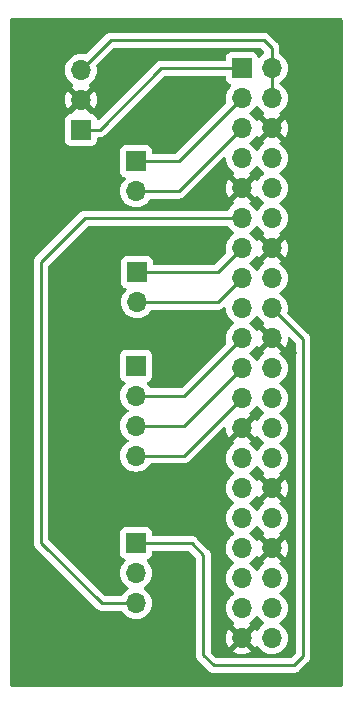
<source format=gtl>
%TF.GenerationSoftware,KiCad,Pcbnew,7.0.2-6a45011f42~172~ubuntu20.04.1*%
%TF.CreationDate,2023-04-23T14:48:56-04:00*%
%TF.ProjectId,RPiHeaderAdapter,52506948-6561-4646-9572-416461707465,rev?*%
%TF.SameCoordinates,Original*%
%TF.FileFunction,Copper,L1,Top*%
%TF.FilePolarity,Positive*%
%FSLAX46Y46*%
G04 Gerber Fmt 4.6, Leading zero omitted, Abs format (unit mm)*
G04 Created by KiCad (PCBNEW 7.0.2-6a45011f42~172~ubuntu20.04.1) date 2023-04-23 14:48:56*
%MOMM*%
%LPD*%
G01*
G04 APERTURE LIST*
%TA.AperFunction,ComponentPad*%
%ADD10R,1.700000X1.700000*%
%TD*%
%TA.AperFunction,ComponentPad*%
%ADD11O,1.700000X1.700000*%
%TD*%
%TA.AperFunction,ViaPad*%
%ADD12C,0.800000*%
%TD*%
%TA.AperFunction,Conductor*%
%ADD13C,0.250000*%
%TD*%
G04 APERTURE END LIST*
D10*
X134874000Y-75935600D03*
D11*
X134874000Y-78475600D03*
D10*
X134797800Y-98871800D03*
D11*
X134797800Y-101411800D03*
X134797800Y-103951800D03*
D10*
X134797800Y-83845000D03*
D11*
X134797800Y-86385000D03*
X134797800Y-88925000D03*
X134797800Y-91465000D03*
D10*
X130124200Y-63881000D03*
D11*
X130124200Y-61341000D03*
X130124200Y-58801000D03*
D10*
X134797800Y-66532600D03*
D11*
X134797800Y-69072600D03*
D10*
X143738600Y-58648600D03*
D11*
X146278600Y-58648600D03*
X143738600Y-61188600D03*
X146278600Y-61188600D03*
X143738600Y-63728600D03*
X146278600Y-63728600D03*
X143738600Y-66268600D03*
X146278600Y-66268600D03*
X143738600Y-68808600D03*
X146278600Y-68808600D03*
X143738600Y-71348600D03*
X146278600Y-71348600D03*
X143738600Y-73888600D03*
X146278600Y-73888600D03*
X143738600Y-76428600D03*
X146278600Y-76428600D03*
X143738600Y-78968600D03*
X146278600Y-78968600D03*
X143738600Y-81508600D03*
X146278600Y-81508600D03*
X143738600Y-84048600D03*
X146278600Y-84048600D03*
X143738600Y-86588600D03*
X146278600Y-86588600D03*
X143738600Y-89128600D03*
X146278600Y-89128600D03*
X143738600Y-91668600D03*
X146278600Y-91668600D03*
X143738600Y-94208600D03*
X146278600Y-94208600D03*
X143738600Y-96748600D03*
X146278600Y-96748600D03*
X143738600Y-99288600D03*
X146278600Y-99288600D03*
X143738600Y-101828600D03*
X146278600Y-101828600D03*
X143738600Y-104368600D03*
X146278600Y-104368600D03*
X143738600Y-106908600D03*
X146278600Y-106908600D03*
D12*
X148005800Y-82753200D03*
D13*
X136931400Y-58648600D02*
X143738600Y-58648600D01*
X130124200Y-63881000D02*
X131699000Y-63881000D01*
X131699000Y-63881000D02*
X136931400Y-58648600D01*
X130124200Y-58801000D02*
X132638800Y-56286400D01*
X132638800Y-56286400D02*
X145618200Y-56286400D01*
X134797800Y-98871800D02*
X139486400Y-98871800D01*
X148920200Y-108458000D02*
X148920200Y-81610200D01*
X139486400Y-98871800D02*
X140487400Y-99872800D01*
X140487400Y-99872800D02*
X140487400Y-108356400D01*
X140487400Y-108356400D02*
X141351000Y-109220000D01*
X141351000Y-109220000D02*
X148158200Y-109220000D01*
X148158200Y-109220000D02*
X148920200Y-108458000D01*
X148920200Y-81610200D02*
X146278600Y-78968600D01*
X134797800Y-103951800D02*
X131866400Y-103951800D01*
X131866400Y-103951800D02*
X126746000Y-98831400D01*
X134797800Y-91465000D02*
X138862200Y-91465000D01*
X138862200Y-91465000D02*
X143738600Y-86588600D01*
X134797800Y-88925000D02*
X138862200Y-88925000D01*
X138862200Y-88925000D02*
X143738600Y-84048600D01*
X134797800Y-86385000D02*
X138862200Y-86385000D01*
X138862200Y-86385000D02*
X143738600Y-81508600D01*
X134874000Y-78475600D02*
X141691600Y-78475600D01*
X141691600Y-78475600D02*
X143738600Y-76428600D01*
X134874000Y-75935600D02*
X141691600Y-75935600D01*
X141691600Y-75935600D02*
X143738600Y-73888600D01*
X134797800Y-69072600D02*
X138394600Y-69072600D01*
X138394600Y-69072600D02*
X143738600Y-63728600D01*
X134797800Y-66532600D02*
X138394600Y-66532600D01*
X138394600Y-66532600D02*
X143738600Y-61188600D01*
X145618200Y-56286400D02*
X146278600Y-56946800D01*
X146278600Y-56946800D02*
X146278600Y-58648600D01*
X126746000Y-98831400D02*
X126746000Y-75057000D01*
X126746000Y-75057000D02*
X130454400Y-71348600D01*
X130454400Y-71348600D02*
X143738600Y-71348600D01*
X146278600Y-58648600D02*
X146278600Y-61188600D01*
%TA.AperFunction,Conductor*%
G36*
X142530412Y-71993785D02*
G01*
X142564945Y-72026973D01*
X142700105Y-72220001D01*
X142867199Y-72387095D01*
X143052760Y-72517026D01*
X143096383Y-72571602D01*
X143103576Y-72641101D01*
X143072054Y-72703455D01*
X143052759Y-72720175D01*
X142867195Y-72850108D01*
X142700105Y-73017198D01*
X142564565Y-73210770D01*
X142464697Y-73424936D01*
X142403536Y-73653192D01*
X142382940Y-73888599D01*
X142403536Y-74124008D01*
X142430455Y-74224473D01*
X142428792Y-74294322D01*
X142398361Y-74344246D01*
X141468828Y-75273781D01*
X141407505Y-75307266D01*
X141381147Y-75310100D01*
X136348499Y-75310100D01*
X136281460Y-75290415D01*
X136235705Y-75237611D01*
X136224499Y-75186100D01*
X136224499Y-75041039D01*
X136224499Y-75037728D01*
X136218091Y-74978117D01*
X136167796Y-74843269D01*
X136081546Y-74728054D01*
X135966331Y-74641804D01*
X135831483Y-74591509D01*
X135771873Y-74585100D01*
X135768550Y-74585100D01*
X133979439Y-74585100D01*
X133979420Y-74585100D01*
X133976128Y-74585101D01*
X133972848Y-74585453D01*
X133972840Y-74585454D01*
X133916515Y-74591509D01*
X133781669Y-74641804D01*
X133666454Y-74728054D01*
X133580204Y-74843268D01*
X133529909Y-74978116D01*
X133526721Y-75007773D01*
X133523500Y-75037727D01*
X133523500Y-75041048D01*
X133523500Y-75041049D01*
X133523500Y-76830160D01*
X133523500Y-76830178D01*
X133523501Y-76833472D01*
X133523853Y-76836752D01*
X133523854Y-76836759D01*
X133529909Y-76893084D01*
X133555056Y-76960506D01*
X133580204Y-77027931D01*
X133666454Y-77143146D01*
X133781669Y-77229396D01*
X133893907Y-77271258D01*
X133913082Y-77278410D01*
X133969016Y-77320281D01*
X133993433Y-77385746D01*
X133978581Y-77454019D01*
X133957431Y-77482273D01*
X133835503Y-77604201D01*
X133699965Y-77797770D01*
X133600097Y-78011936D01*
X133538936Y-78240192D01*
X133518340Y-78475600D01*
X133538936Y-78711007D01*
X133575512Y-78847511D01*
X133600097Y-78939263D01*
X133699965Y-79153430D01*
X133835505Y-79347001D01*
X134002599Y-79514095D01*
X134196170Y-79649635D01*
X134410337Y-79749503D01*
X134638592Y-79810663D01*
X134874000Y-79831259D01*
X135109408Y-79810663D01*
X135337663Y-79749503D01*
X135551830Y-79649635D01*
X135745401Y-79514095D01*
X135912495Y-79347001D01*
X136047653Y-79153974D01*
X136102229Y-79110352D01*
X136149227Y-79101100D01*
X141608856Y-79101100D01*
X141629362Y-79103364D01*
X141632265Y-79103272D01*
X141632267Y-79103273D01*
X141699472Y-79101161D01*
X141703368Y-79101100D01*
X141727048Y-79101100D01*
X141730950Y-79101100D01*
X141734913Y-79100599D01*
X141746562Y-79099680D01*
X141790227Y-79098309D01*
X141809459Y-79092720D01*
X141828518Y-79088774D01*
X141834796Y-79087981D01*
X141848392Y-79086264D01*
X141889007Y-79070182D01*
X141900044Y-79066403D01*
X141941990Y-79054218D01*
X141959229Y-79044022D01*
X141976702Y-79035462D01*
X141995332Y-79028086D01*
X142030664Y-79002414D01*
X142040430Y-78996000D01*
X142078018Y-78973771D01*
X142078017Y-78973771D01*
X142078020Y-78973770D01*
X142092185Y-78959604D01*
X142106973Y-78946973D01*
X142123187Y-78935194D01*
X142151038Y-78901526D01*
X142158879Y-78892909D01*
X142170794Y-78880994D01*
X142232115Y-78847511D01*
X142301807Y-78852495D01*
X142357740Y-78894367D01*
X142382001Y-78957869D01*
X142403536Y-79204007D01*
X142430456Y-79304472D01*
X142464697Y-79432263D01*
X142564565Y-79646430D01*
X142700105Y-79840001D01*
X142867199Y-80007095D01*
X143052760Y-80137026D01*
X143096383Y-80191602D01*
X143103576Y-80261101D01*
X143072054Y-80323455D01*
X143052759Y-80340175D01*
X142867195Y-80470108D01*
X142700105Y-80637198D01*
X142564565Y-80830770D01*
X142464697Y-81044936D01*
X142403536Y-81273192D01*
X142382940Y-81508600D01*
X142403536Y-81744005D01*
X142403537Y-81744008D01*
X142429096Y-81839398D01*
X142430456Y-81844471D01*
X142428793Y-81914321D01*
X142398362Y-81964246D01*
X138639428Y-85723181D01*
X138578105Y-85756666D01*
X138551747Y-85759500D01*
X136073026Y-85759500D01*
X136005987Y-85739815D01*
X135971451Y-85706623D01*
X135836295Y-85513599D01*
X135714369Y-85391673D01*
X135680884Y-85330350D01*
X135685868Y-85260658D01*
X135727740Y-85204725D01*
X135758715Y-85187810D01*
X135890131Y-85138796D01*
X136005346Y-85052546D01*
X136091596Y-84937331D01*
X136141891Y-84802483D01*
X136148300Y-84742873D01*
X136148299Y-82947128D01*
X136141891Y-82887517D01*
X136091596Y-82752669D01*
X136005346Y-82637454D01*
X135890131Y-82551204D01*
X135755283Y-82500909D01*
X135695673Y-82494500D01*
X135692350Y-82494500D01*
X133903239Y-82494500D01*
X133903220Y-82494500D01*
X133899928Y-82494501D01*
X133896648Y-82494853D01*
X133896640Y-82494854D01*
X133840315Y-82500909D01*
X133705469Y-82551204D01*
X133590254Y-82637454D01*
X133504004Y-82752668D01*
X133453710Y-82887515D01*
X133453709Y-82887517D01*
X133447300Y-82947127D01*
X133447300Y-82950448D01*
X133447300Y-82950449D01*
X133447300Y-84739560D01*
X133447300Y-84739578D01*
X133447301Y-84742872D01*
X133453709Y-84802483D01*
X133504004Y-84937331D01*
X133590254Y-85052546D01*
X133705469Y-85138796D01*
X133817707Y-85180658D01*
X133836882Y-85187810D01*
X133892816Y-85229681D01*
X133917233Y-85295146D01*
X133902381Y-85363419D01*
X133881231Y-85391673D01*
X133759303Y-85513601D01*
X133623765Y-85707170D01*
X133523897Y-85921336D01*
X133462736Y-86149592D01*
X133442140Y-86384999D01*
X133462736Y-86620407D01*
X133507509Y-86787501D01*
X133523897Y-86848663D01*
X133623765Y-87062830D01*
X133759305Y-87256401D01*
X133926399Y-87423495D01*
X134111960Y-87553426D01*
X134155583Y-87608002D01*
X134162776Y-87677501D01*
X134131254Y-87739855D01*
X134111958Y-87756575D01*
X133938239Y-87878215D01*
X133926395Y-87886508D01*
X133759305Y-88053598D01*
X133623765Y-88247170D01*
X133523897Y-88461336D01*
X133462736Y-88689592D01*
X133442140Y-88924999D01*
X133462736Y-89160407D01*
X133507509Y-89327502D01*
X133523897Y-89388663D01*
X133623765Y-89602830D01*
X133759305Y-89796401D01*
X133926399Y-89963495D01*
X134111960Y-90093426D01*
X134155583Y-90148002D01*
X134162776Y-90217501D01*
X134131254Y-90279855D01*
X134111959Y-90296575D01*
X133926395Y-90426508D01*
X133759305Y-90593598D01*
X133623765Y-90787170D01*
X133523897Y-91001336D01*
X133462736Y-91229592D01*
X133442140Y-91465000D01*
X133462736Y-91700407D01*
X133507509Y-91867502D01*
X133523897Y-91928663D01*
X133623765Y-92142830D01*
X133759305Y-92336401D01*
X133926399Y-92503495D01*
X134119970Y-92639035D01*
X134334137Y-92738903D01*
X134562392Y-92800063D01*
X134797800Y-92820659D01*
X135033208Y-92800063D01*
X135261463Y-92738903D01*
X135475630Y-92639035D01*
X135669201Y-92503495D01*
X135836295Y-92336401D01*
X135971453Y-92143374D01*
X136026029Y-92099752D01*
X136073027Y-92090500D01*
X138779456Y-92090500D01*
X138799962Y-92092764D01*
X138802865Y-92092672D01*
X138802867Y-92092673D01*
X138870072Y-92090561D01*
X138873968Y-92090500D01*
X138897648Y-92090500D01*
X138901550Y-92090500D01*
X138905513Y-92089999D01*
X138917162Y-92089080D01*
X138960827Y-92087709D01*
X138980059Y-92082120D01*
X138999118Y-92078174D01*
X139005396Y-92077381D01*
X139018992Y-92075664D01*
X139059607Y-92059582D01*
X139070644Y-92055803D01*
X139112590Y-92043618D01*
X139129829Y-92033422D01*
X139147302Y-92024862D01*
X139165932Y-92017486D01*
X139201264Y-91991814D01*
X139211030Y-91985400D01*
X139248618Y-91963171D01*
X139248617Y-91963171D01*
X139248620Y-91963170D01*
X139262785Y-91949004D01*
X139277573Y-91936373D01*
X139293787Y-91924594D01*
X139321638Y-91890926D01*
X139329479Y-91882309D01*
X142171331Y-89040457D01*
X142232651Y-89006975D01*
X142302343Y-89011959D01*
X142358276Y-89053831D01*
X142382144Y-89117823D01*
X142382497Y-89117793D01*
X142382608Y-89119068D01*
X142382693Y-89119295D01*
X142382687Y-89119973D01*
X142404030Y-89363918D01*
X142465169Y-89592092D01*
X142565000Y-89806180D01*
X142623673Y-89889973D01*
X143255522Y-89258123D01*
X143279107Y-89338444D01*
X143356839Y-89459398D01*
X143465500Y-89553552D01*
X143596285Y-89613280D01*
X143606066Y-89614686D01*
X142977225Y-90243525D01*
X143053194Y-90296719D01*
X143096819Y-90351296D01*
X143104013Y-90420794D01*
X143072490Y-90483149D01*
X143053195Y-90499869D01*
X142867195Y-90630108D01*
X142700105Y-90797198D01*
X142564565Y-90990770D01*
X142464697Y-91204936D01*
X142403536Y-91433192D01*
X142382940Y-91668599D01*
X142403536Y-91904007D01*
X142438214Y-92033425D01*
X142464697Y-92132263D01*
X142564565Y-92346430D01*
X142700105Y-92540001D01*
X142867199Y-92707095D01*
X143052760Y-92837026D01*
X143096383Y-92891602D01*
X143103576Y-92961101D01*
X143072054Y-93023455D01*
X143052759Y-93040175D01*
X142867195Y-93170108D01*
X142700105Y-93337198D01*
X142564565Y-93530770D01*
X142464697Y-93744936D01*
X142403536Y-93973192D01*
X142382940Y-94208600D01*
X142403536Y-94444007D01*
X142429096Y-94539398D01*
X142464697Y-94672263D01*
X142564565Y-94886430D01*
X142700105Y-95080001D01*
X142867199Y-95247095D01*
X143052760Y-95377026D01*
X143096383Y-95431602D01*
X143103576Y-95501101D01*
X143072054Y-95563455D01*
X143052759Y-95580175D01*
X142867195Y-95710108D01*
X142700105Y-95877198D01*
X142564565Y-96070770D01*
X142464697Y-96284936D01*
X142403536Y-96513192D01*
X142382940Y-96748599D01*
X142403536Y-96984007D01*
X142448309Y-97151101D01*
X142464697Y-97212263D01*
X142564565Y-97426430D01*
X142700105Y-97620001D01*
X142867199Y-97787095D01*
X143052760Y-97917026D01*
X143096383Y-97971602D01*
X143103576Y-98041101D01*
X143072054Y-98103455D01*
X143052758Y-98120175D01*
X142879289Y-98241640D01*
X142867195Y-98250108D01*
X142700105Y-98417198D01*
X142564565Y-98610770D01*
X142464697Y-98824936D01*
X142403536Y-99053192D01*
X142382940Y-99288600D01*
X142403536Y-99524007D01*
X142444102Y-99675400D01*
X142464697Y-99752263D01*
X142564565Y-99966430D01*
X142700105Y-100160001D01*
X142867199Y-100327095D01*
X143052760Y-100457026D01*
X143096383Y-100511602D01*
X143103576Y-100581101D01*
X143072054Y-100643455D01*
X143052758Y-100660175D01*
X142947369Y-100733970D01*
X142867195Y-100790108D01*
X142700105Y-100957198D01*
X142564565Y-101150770D01*
X142464697Y-101364936D01*
X142403536Y-101593192D01*
X142382940Y-101828600D01*
X142403536Y-102064007D01*
X142410402Y-102089630D01*
X142464697Y-102292263D01*
X142564565Y-102506430D01*
X142700105Y-102700001D01*
X142867199Y-102867095D01*
X143052760Y-102997026D01*
X143096383Y-103051602D01*
X143103576Y-103121101D01*
X143072054Y-103183455D01*
X143052758Y-103200175D01*
X142885847Y-103317048D01*
X142867195Y-103330108D01*
X142700105Y-103497198D01*
X142564565Y-103690770D01*
X142464697Y-103904936D01*
X142403536Y-104133192D01*
X142382940Y-104368599D01*
X142403536Y-104604007D01*
X142448309Y-104771102D01*
X142464697Y-104832263D01*
X142564565Y-105046430D01*
X142700105Y-105240001D01*
X142867199Y-105407095D01*
X143053196Y-105537332D01*
X143096819Y-105591907D01*
X143104012Y-105661406D01*
X143072490Y-105723760D01*
X143053194Y-105740481D01*
X142977226Y-105793673D01*
X143606066Y-106422513D01*
X143596285Y-106423920D01*
X143465500Y-106483648D01*
X143356839Y-106577802D01*
X143279107Y-106698756D01*
X143255523Y-106779075D01*
X142623673Y-106147225D01*
X142623672Y-106147225D01*
X142564999Y-106231022D01*
X142465169Y-106445107D01*
X142404030Y-106673281D01*
X142383442Y-106908599D01*
X142404030Y-107143918D01*
X142465169Y-107372092D01*
X142565000Y-107586180D01*
X142623673Y-107669973D01*
X143255523Y-107038123D01*
X143279107Y-107118444D01*
X143356839Y-107239398D01*
X143465500Y-107333552D01*
X143596285Y-107393280D01*
X143606066Y-107394686D01*
X142977225Y-108023525D01*
X143061020Y-108082199D01*
X143275107Y-108182030D01*
X143503281Y-108243169D01*
X143738600Y-108263757D01*
X143973918Y-108243169D01*
X144202092Y-108182030D01*
X144416176Y-108082200D01*
X144499973Y-108023525D01*
X143871133Y-107394686D01*
X143880915Y-107393280D01*
X144011700Y-107333552D01*
X144120361Y-107239398D01*
X144198093Y-107118444D01*
X144221676Y-107038124D01*
X144853525Y-107669973D01*
X144906719Y-107594005D01*
X144961296Y-107550380D01*
X145030794Y-107543186D01*
X145093149Y-107574709D01*
X145109865Y-107594000D01*
X145240105Y-107780001D01*
X145407199Y-107947095D01*
X145600770Y-108082635D01*
X145814937Y-108182503D01*
X146043192Y-108243663D01*
X146278600Y-108264259D01*
X146514008Y-108243663D01*
X146742263Y-108182503D01*
X146956430Y-108082635D01*
X147150001Y-107947095D01*
X147317095Y-107780001D01*
X147452635Y-107586430D01*
X147552503Y-107372263D01*
X147613663Y-107144008D01*
X147634259Y-106908600D01*
X147613663Y-106673192D01*
X147552503Y-106444937D01*
X147452635Y-106230771D01*
X147317095Y-106037199D01*
X147150001Y-105870105D01*
X146964439Y-105740173D01*
X146920816Y-105685598D01*
X146913622Y-105616100D01*
X146945145Y-105553745D01*
X146964437Y-105537028D01*
X147150001Y-105407095D01*
X147317095Y-105240001D01*
X147452635Y-105046430D01*
X147552503Y-104832263D01*
X147613663Y-104604008D01*
X147634259Y-104368600D01*
X147613663Y-104133192D01*
X147552503Y-103904937D01*
X147452635Y-103690771D01*
X147317095Y-103497199D01*
X147150001Y-103330105D01*
X146964439Y-103200173D01*
X146920817Y-103145598D01*
X146913624Y-103076099D01*
X146945146Y-103013745D01*
X146964437Y-102997028D01*
X147150001Y-102867095D01*
X147317095Y-102700001D01*
X147452635Y-102506430D01*
X147552503Y-102292263D01*
X147613663Y-102064008D01*
X147634259Y-101828600D01*
X147613663Y-101593192D01*
X147552503Y-101364937D01*
X147452635Y-101150771D01*
X147317095Y-100957199D01*
X147150001Y-100790105D01*
X146964002Y-100659867D01*
X146920380Y-100605292D01*
X146913187Y-100535793D01*
X146944709Y-100473439D01*
X146964005Y-100456719D01*
X147039973Y-100403525D01*
X146411133Y-99774686D01*
X146420915Y-99773280D01*
X146551700Y-99713552D01*
X146660361Y-99619398D01*
X146738093Y-99498444D01*
X146761676Y-99418124D01*
X147393525Y-100049973D01*
X147452200Y-99966176D01*
X147552030Y-99752092D01*
X147613169Y-99523918D01*
X147633757Y-99288599D01*
X147613169Y-99053281D01*
X147552030Y-98825107D01*
X147452199Y-98611021D01*
X147393526Y-98527226D01*
X147393525Y-98527225D01*
X146761676Y-99159075D01*
X146738093Y-99078756D01*
X146660361Y-98957802D01*
X146551700Y-98863648D01*
X146420915Y-98803920D01*
X146411132Y-98802513D01*
X147039973Y-98173673D01*
X147039973Y-98173672D01*
X146964005Y-98120480D01*
X146920380Y-98065904D01*
X146913186Y-97996405D01*
X146944708Y-97934051D01*
X146963999Y-97917334D01*
X147150001Y-97787095D01*
X147317095Y-97620001D01*
X147452635Y-97426430D01*
X147552503Y-97212263D01*
X147613663Y-96984008D01*
X147634259Y-96748600D01*
X147613663Y-96513192D01*
X147552503Y-96284937D01*
X147452635Y-96070771D01*
X147317095Y-95877199D01*
X147150001Y-95710105D01*
X146964002Y-95579867D01*
X146920380Y-95525292D01*
X146913187Y-95455793D01*
X146944709Y-95393439D01*
X146964005Y-95376719D01*
X147039973Y-95323525D01*
X146411133Y-94694686D01*
X146420915Y-94693280D01*
X146551700Y-94633552D01*
X146660361Y-94539398D01*
X146738093Y-94418444D01*
X146761676Y-94338124D01*
X147393525Y-94969973D01*
X147452200Y-94886176D01*
X147552030Y-94672092D01*
X147613169Y-94443918D01*
X147633757Y-94208600D01*
X147613169Y-93973281D01*
X147552030Y-93745107D01*
X147452199Y-93531021D01*
X147393526Y-93447226D01*
X147393525Y-93447225D01*
X146761676Y-94079075D01*
X146738093Y-93998756D01*
X146660361Y-93877802D01*
X146551700Y-93783648D01*
X146420915Y-93723920D01*
X146411132Y-93722513D01*
X147039973Y-93093673D01*
X147039973Y-93093672D01*
X146964005Y-93040480D01*
X146920380Y-92985904D01*
X146913186Y-92916405D01*
X146944708Y-92854051D01*
X146963999Y-92837334D01*
X147150001Y-92707095D01*
X147317095Y-92540001D01*
X147452635Y-92346430D01*
X147552503Y-92132263D01*
X147613663Y-91904008D01*
X147634259Y-91668600D01*
X147613663Y-91433192D01*
X147552503Y-91204937D01*
X147452635Y-90990771D01*
X147317095Y-90797199D01*
X147150001Y-90630105D01*
X146964439Y-90500173D01*
X146920816Y-90445598D01*
X146913622Y-90376100D01*
X146945145Y-90313745D01*
X146964437Y-90297028D01*
X147150001Y-90167095D01*
X147317095Y-90000001D01*
X147452635Y-89806430D01*
X147552503Y-89592263D01*
X147613663Y-89364008D01*
X147634259Y-89128600D01*
X147613663Y-88893192D01*
X147552503Y-88664937D01*
X147452635Y-88450771D01*
X147317095Y-88257199D01*
X147150001Y-88090105D01*
X146964439Y-87960173D01*
X146920816Y-87905598D01*
X146913622Y-87836100D01*
X146945145Y-87773745D01*
X146964437Y-87757028D01*
X147150001Y-87627095D01*
X147317095Y-87460001D01*
X147452635Y-87266430D01*
X147552503Y-87052263D01*
X147613663Y-86824008D01*
X147634259Y-86588600D01*
X147613663Y-86353192D01*
X147552503Y-86124937D01*
X147452635Y-85910771D01*
X147317095Y-85717199D01*
X147150001Y-85550105D01*
X146964439Y-85420173D01*
X146920816Y-85365598D01*
X146913622Y-85296100D01*
X146945145Y-85233745D01*
X146964437Y-85217028D01*
X147150001Y-85087095D01*
X147317095Y-84920001D01*
X147452635Y-84726430D01*
X147552503Y-84512263D01*
X147613663Y-84284008D01*
X147634259Y-84048600D01*
X147613663Y-83813192D01*
X147552503Y-83584937D01*
X147452635Y-83370771D01*
X147317095Y-83177199D01*
X147150001Y-83010105D01*
X146964002Y-82879867D01*
X146920380Y-82825292D01*
X146913187Y-82755793D01*
X146944709Y-82693439D01*
X146964005Y-82676719D01*
X147039973Y-82623525D01*
X146411133Y-81994686D01*
X146420915Y-81993280D01*
X146551700Y-81933552D01*
X146660361Y-81839398D01*
X146738093Y-81718444D01*
X146761676Y-81638124D01*
X147393525Y-82269973D01*
X147452200Y-82186176D01*
X147552030Y-81972092D01*
X147613169Y-81743918D01*
X147634703Y-81497793D01*
X147638842Y-81498155D01*
X147648427Y-81450455D01*
X147697041Y-81400270D01*
X147765069Y-81384334D01*
X147830913Y-81407707D01*
X147845872Y-81420462D01*
X148258381Y-81832971D01*
X148291866Y-81894294D01*
X148294700Y-81920652D01*
X148294700Y-108147547D01*
X148275015Y-108214586D01*
X148258381Y-108235228D01*
X147935428Y-108558181D01*
X147874105Y-108591666D01*
X147847747Y-108594500D01*
X141661452Y-108594500D01*
X141594413Y-108574815D01*
X141573771Y-108558181D01*
X141149219Y-108133628D01*
X141115734Y-108072305D01*
X141112900Y-108045947D01*
X141112900Y-99955543D01*
X141115164Y-99935039D01*
X141112961Y-99864912D01*
X141112900Y-99861018D01*
X141112900Y-99837341D01*
X141112900Y-99833450D01*
X141112398Y-99829483D01*
X141111481Y-99817827D01*
X141110110Y-99774173D01*
X141104518Y-99754926D01*
X141100574Y-99735885D01*
X141098064Y-99716008D01*
X141081979Y-99675383D01*
X141078208Y-99664368D01*
X141066018Y-99622410D01*
X141055814Y-99605155D01*
X141047261Y-99587695D01*
X141039886Y-99569069D01*
X141039886Y-99569068D01*
X141014208Y-99533725D01*
X141007801Y-99523971D01*
X141007770Y-99523918D01*
X140985570Y-99486380D01*
X140971406Y-99472216D01*
X140958767Y-99457417D01*
X140946995Y-99441213D01*
X140913341Y-99413373D01*
X140904699Y-99405509D01*
X139987202Y-98488011D01*
X139974306Y-98471913D01*
X139923175Y-98423898D01*
X139920378Y-98421187D01*
X139903627Y-98404436D01*
X139900871Y-98401680D01*
X139897690Y-98399212D01*
X139888822Y-98391637D01*
X139856982Y-98361738D01*
X139839424Y-98352085D01*
X139823164Y-98341404D01*
X139807336Y-98329127D01*
X139767251Y-98311780D01*
X139756761Y-98306641D01*
X139718491Y-98285602D01*
X139699091Y-98280621D01*
X139680684Y-98274319D01*
X139662297Y-98266362D01*
X139619158Y-98259529D01*
X139607724Y-98257161D01*
X139565419Y-98246300D01*
X139545384Y-98246300D01*
X139525986Y-98244773D01*
X139518562Y-98243597D01*
X139506205Y-98241640D01*
X139506204Y-98241640D01*
X139473151Y-98244764D01*
X139462725Y-98245750D01*
X139451056Y-98246300D01*
X136272299Y-98246300D01*
X136205260Y-98226615D01*
X136159505Y-98173811D01*
X136148299Y-98122300D01*
X136148299Y-97977239D01*
X136148299Y-97973928D01*
X136141891Y-97914317D01*
X136091596Y-97779469D01*
X136005346Y-97664254D01*
X135890131Y-97578004D01*
X135755283Y-97527709D01*
X135695673Y-97521300D01*
X135692350Y-97521300D01*
X133903239Y-97521300D01*
X133903220Y-97521300D01*
X133899928Y-97521301D01*
X133896648Y-97521653D01*
X133896640Y-97521654D01*
X133840315Y-97527709D01*
X133705469Y-97578004D01*
X133590254Y-97664254D01*
X133504004Y-97779468D01*
X133453710Y-97914315D01*
X133453709Y-97914317D01*
X133447300Y-97973927D01*
X133447300Y-97977248D01*
X133447300Y-97977249D01*
X133447300Y-99766360D01*
X133447300Y-99766378D01*
X133447301Y-99769672D01*
X133447653Y-99772952D01*
X133447654Y-99772959D01*
X133453709Y-99829284D01*
X133453824Y-99829592D01*
X133504004Y-99964131D01*
X133590254Y-100079346D01*
X133705469Y-100165596D01*
X133817707Y-100207458D01*
X133836882Y-100214610D01*
X133892816Y-100256481D01*
X133917233Y-100321946D01*
X133902381Y-100390219D01*
X133881231Y-100418473D01*
X133759303Y-100540401D01*
X133623765Y-100733970D01*
X133523897Y-100948136D01*
X133462736Y-101176392D01*
X133442140Y-101411800D01*
X133462736Y-101647207D01*
X133507509Y-101814301D01*
X133523897Y-101875463D01*
X133623765Y-102089630D01*
X133759305Y-102283201D01*
X133926399Y-102450295D01*
X134111960Y-102580226D01*
X134155583Y-102634802D01*
X134162776Y-102704301D01*
X134131254Y-102766655D01*
X134111959Y-102783375D01*
X133926395Y-102913308D01*
X133759305Y-103080398D01*
X133624149Y-103273423D01*
X133569572Y-103317048D01*
X133522574Y-103326300D01*
X132176853Y-103326300D01*
X132109814Y-103306615D01*
X132089172Y-103289981D01*
X127407819Y-98608627D01*
X127374334Y-98547304D01*
X127371500Y-98520946D01*
X127371500Y-75367452D01*
X127391185Y-75300413D01*
X127407819Y-75279771D01*
X130677171Y-72010419D01*
X130738494Y-71976934D01*
X130764852Y-71974100D01*
X142463373Y-71974100D01*
X142530412Y-71993785D01*
G37*
%TD.AperFunction*%
%TA.AperFunction,Conductor*%
G36*
X145093455Y-105035145D02*
G01*
X145110171Y-105054437D01*
X145240105Y-105240001D01*
X145407199Y-105407095D01*
X145592760Y-105537026D01*
X145636383Y-105591602D01*
X145643576Y-105661101D01*
X145612054Y-105723455D01*
X145592759Y-105740175D01*
X145407195Y-105870108D01*
X145240108Y-106037195D01*
X145240105Y-106037198D01*
X145240105Y-106037199D01*
X145163065Y-106147225D01*
X145109870Y-106223195D01*
X145055293Y-106266819D01*
X144985794Y-106274012D01*
X144923440Y-106242490D01*
X144906720Y-106223195D01*
X144853525Y-106147226D01*
X144853525Y-106147225D01*
X144221676Y-106779075D01*
X144198093Y-106698756D01*
X144120361Y-106577802D01*
X144011700Y-106483648D01*
X143880915Y-106423920D01*
X143871133Y-106422513D01*
X144499973Y-105793673D01*
X144499973Y-105793672D01*
X144424005Y-105740480D01*
X144380380Y-105685904D01*
X144373186Y-105616405D01*
X144404708Y-105554051D01*
X144423999Y-105537334D01*
X144610001Y-105407095D01*
X144777095Y-105240001D01*
X144907026Y-105054439D01*
X144961602Y-105010816D01*
X145031100Y-105003622D01*
X145093455Y-105035145D01*
G37*
%TD.AperFunction*%
%TA.AperFunction,Conductor*%
G36*
X145819107Y-99498444D02*
G01*
X145896839Y-99619398D01*
X146005500Y-99713552D01*
X146136285Y-99773280D01*
X146146066Y-99774686D01*
X145517225Y-100403525D01*
X145593194Y-100456719D01*
X145636819Y-100511296D01*
X145644013Y-100580794D01*
X145612490Y-100643149D01*
X145593195Y-100659869D01*
X145407195Y-100790108D01*
X145240105Y-100957198D01*
X145110175Y-101142759D01*
X145055598Y-101186384D01*
X144986100Y-101193578D01*
X144923745Y-101162055D01*
X144907025Y-101142759D01*
X144777094Y-100957198D01*
X144610001Y-100790105D01*
X144529832Y-100733970D01*
X144424439Y-100660173D01*
X144380816Y-100605598D01*
X144373622Y-100536100D01*
X144405145Y-100473745D01*
X144424437Y-100457028D01*
X144610001Y-100327095D01*
X144777095Y-100160001D01*
X144907332Y-99974003D01*
X144961907Y-99930380D01*
X145031405Y-99923186D01*
X145093760Y-99954709D01*
X145110480Y-99974005D01*
X145163673Y-100049973D01*
X145795523Y-99418123D01*
X145819107Y-99498444D01*
G37*
%TD.AperFunction*%
%TA.AperFunction,Conductor*%
G36*
X145093455Y-97415145D02*
G01*
X145110171Y-97434437D01*
X145240105Y-97620001D01*
X145407199Y-97787095D01*
X145593196Y-97917332D01*
X145636819Y-97971907D01*
X145644012Y-98041406D01*
X145612490Y-98103760D01*
X145593194Y-98120481D01*
X145517225Y-98173673D01*
X146146065Y-98802513D01*
X146136285Y-98803920D01*
X146005500Y-98863648D01*
X145896839Y-98957802D01*
X145819107Y-99078756D01*
X145795523Y-99159076D01*
X145163673Y-98527226D01*
X145110481Y-98603194D01*
X145055904Y-98646819D01*
X144986406Y-98654013D01*
X144924051Y-98622491D01*
X144907330Y-98603195D01*
X144777095Y-98417199D01*
X144610001Y-98250105D01*
X144424439Y-98120173D01*
X144380816Y-98065598D01*
X144373622Y-97996100D01*
X144405145Y-97933745D01*
X144424437Y-97917028D01*
X144610001Y-97787095D01*
X144777095Y-97620001D01*
X144907026Y-97434439D01*
X144961602Y-97390816D01*
X145031100Y-97383622D01*
X145093455Y-97415145D01*
G37*
%TD.AperFunction*%
%TA.AperFunction,Conductor*%
G36*
X145819107Y-94418444D02*
G01*
X145896839Y-94539398D01*
X146005500Y-94633552D01*
X146136285Y-94693280D01*
X146146066Y-94694686D01*
X145517225Y-95323525D01*
X145593194Y-95376719D01*
X145636819Y-95431296D01*
X145644013Y-95500794D01*
X145612490Y-95563149D01*
X145593195Y-95579869D01*
X145407195Y-95710108D01*
X145240105Y-95877198D01*
X145110175Y-96062759D01*
X145055598Y-96106384D01*
X144986100Y-96113578D01*
X144923745Y-96082055D01*
X144907025Y-96062759D01*
X144777094Y-95877198D01*
X144610001Y-95710105D01*
X144610000Y-95710105D01*
X144424439Y-95580173D01*
X144380816Y-95525598D01*
X144373622Y-95456100D01*
X144405145Y-95393745D01*
X144424437Y-95377028D01*
X144610001Y-95247095D01*
X144777095Y-95080001D01*
X144907332Y-94894003D01*
X144961907Y-94850380D01*
X145031405Y-94843186D01*
X145093760Y-94874709D01*
X145110480Y-94894005D01*
X145163673Y-94969973D01*
X145795522Y-94338123D01*
X145819107Y-94418444D01*
G37*
%TD.AperFunction*%
%TA.AperFunction,Conductor*%
G36*
X145093455Y-92335145D02*
G01*
X145110171Y-92354437D01*
X145240105Y-92540001D01*
X145407199Y-92707095D01*
X145593196Y-92837332D01*
X145636819Y-92891907D01*
X145644012Y-92961406D01*
X145612490Y-93023760D01*
X145593194Y-93040481D01*
X145517225Y-93093673D01*
X146146065Y-93722513D01*
X146136285Y-93723920D01*
X146005500Y-93783648D01*
X145896839Y-93877802D01*
X145819107Y-93998756D01*
X145795523Y-94079074D01*
X145163673Y-93447226D01*
X145110481Y-93523194D01*
X145055904Y-93566819D01*
X144986406Y-93574013D01*
X144924051Y-93542491D01*
X144907330Y-93523195D01*
X144777095Y-93337199D01*
X144610001Y-93170105D01*
X144424439Y-93040173D01*
X144380817Y-92985598D01*
X144373624Y-92916099D01*
X144405146Y-92853745D01*
X144424437Y-92837028D01*
X144610001Y-92707095D01*
X144777095Y-92540001D01*
X144907026Y-92354439D01*
X144961602Y-92310816D01*
X145031100Y-92303622D01*
X145093455Y-92335145D01*
G37*
%TD.AperFunction*%
%TA.AperFunction,Conductor*%
G36*
X144853525Y-89889972D02*
G01*
X144906719Y-89814005D01*
X144961296Y-89770380D01*
X145030794Y-89763186D01*
X145093149Y-89794709D01*
X145109865Y-89814000D01*
X145240105Y-90000001D01*
X145407199Y-90167095D01*
X145592760Y-90297026D01*
X145636383Y-90351602D01*
X145643576Y-90421101D01*
X145612054Y-90483455D01*
X145592759Y-90500175D01*
X145407195Y-90630108D01*
X145240105Y-90797198D01*
X145110175Y-90982759D01*
X145055598Y-91026384D01*
X144986100Y-91033578D01*
X144923745Y-91002055D01*
X144907025Y-90982759D01*
X144792931Y-90819815D01*
X144777095Y-90797199D01*
X144610001Y-90630105D01*
X144424002Y-90499867D01*
X144380380Y-90445292D01*
X144373187Y-90375793D01*
X144404709Y-90313439D01*
X144424005Y-90296719D01*
X144499973Y-90243525D01*
X143871133Y-89614686D01*
X143880915Y-89613280D01*
X144011700Y-89553552D01*
X144120361Y-89459398D01*
X144198093Y-89338444D01*
X144221677Y-89258123D01*
X144853525Y-89889972D01*
G37*
%TD.AperFunction*%
%TA.AperFunction,Conductor*%
G36*
X145093455Y-87255145D02*
G01*
X145110171Y-87274437D01*
X145240105Y-87460001D01*
X145407199Y-87627095D01*
X145592760Y-87757026D01*
X145636383Y-87811602D01*
X145643576Y-87881101D01*
X145612054Y-87943455D01*
X145592759Y-87960175D01*
X145407195Y-88090108D01*
X145240108Y-88257195D01*
X145240105Y-88257198D01*
X145240105Y-88257199D01*
X145163065Y-88367225D01*
X145109870Y-88443195D01*
X145055293Y-88486819D01*
X144985794Y-88494012D01*
X144923440Y-88462490D01*
X144906720Y-88443195D01*
X144853525Y-88367226D01*
X144853525Y-88367225D01*
X144221676Y-88999074D01*
X144198093Y-88918756D01*
X144120361Y-88797802D01*
X144011700Y-88703648D01*
X143880915Y-88643920D01*
X143871132Y-88642513D01*
X144499973Y-88013673D01*
X144499973Y-88013672D01*
X144424005Y-87960480D01*
X144380380Y-87905904D01*
X144373186Y-87836405D01*
X144404708Y-87774051D01*
X144423999Y-87757334D01*
X144610001Y-87627095D01*
X144777095Y-87460001D01*
X144907026Y-87274439D01*
X144961602Y-87230816D01*
X145031100Y-87223622D01*
X145093455Y-87255145D01*
G37*
%TD.AperFunction*%
%TA.AperFunction,Conductor*%
G36*
X145819107Y-81718444D02*
G01*
X145896839Y-81839398D01*
X146005500Y-81933552D01*
X146136285Y-81993280D01*
X146146066Y-81994686D01*
X145517225Y-82623525D01*
X145593194Y-82676719D01*
X145636819Y-82731296D01*
X145644013Y-82800794D01*
X145612490Y-82863149D01*
X145593195Y-82879869D01*
X145407195Y-83010108D01*
X145240105Y-83177198D01*
X145110175Y-83362759D01*
X145055598Y-83406384D01*
X144986100Y-83413578D01*
X144923745Y-83382055D01*
X144907025Y-83362759D01*
X144777094Y-83177198D01*
X144610004Y-83010108D01*
X144610001Y-83010105D01*
X144424439Y-82880173D01*
X144380817Y-82825598D01*
X144373624Y-82756099D01*
X144405146Y-82693745D01*
X144424437Y-82677028D01*
X144610001Y-82547095D01*
X144777095Y-82380001D01*
X144907332Y-82194003D01*
X144961907Y-82150380D01*
X145031405Y-82143186D01*
X145093760Y-82174709D01*
X145110480Y-82194005D01*
X145163673Y-82269973D01*
X145795523Y-81638123D01*
X145819107Y-81718444D01*
G37*
%TD.AperFunction*%
%TA.AperFunction,Conductor*%
G36*
X145093455Y-79635145D02*
G01*
X145110171Y-79654437D01*
X145240105Y-79840001D01*
X145407199Y-80007095D01*
X145593196Y-80137332D01*
X145636819Y-80191907D01*
X145644012Y-80261406D01*
X145612490Y-80323760D01*
X145593194Y-80340481D01*
X145517226Y-80393673D01*
X146146066Y-81022513D01*
X146136285Y-81023920D01*
X146005500Y-81083648D01*
X145896839Y-81177802D01*
X145819107Y-81298756D01*
X145795523Y-81379074D01*
X145163673Y-80747226D01*
X145110481Y-80823194D01*
X145055904Y-80866819D01*
X144986406Y-80874013D01*
X144924051Y-80842491D01*
X144907330Y-80823195D01*
X144777095Y-80637199D01*
X144610001Y-80470105D01*
X144424439Y-80340173D01*
X144380816Y-80285598D01*
X144373622Y-80216100D01*
X144405145Y-80153745D01*
X144424437Y-80137028D01*
X144610001Y-80007095D01*
X144777095Y-79840001D01*
X144907026Y-79654439D01*
X144961602Y-79610816D01*
X145031100Y-79603622D01*
X145093455Y-79635145D01*
G37*
%TD.AperFunction*%
%TA.AperFunction,Conductor*%
G36*
X145819107Y-74098444D02*
G01*
X145896839Y-74219398D01*
X146005500Y-74313552D01*
X146136285Y-74373280D01*
X146146066Y-74374686D01*
X145517225Y-75003525D01*
X145593194Y-75056719D01*
X145636819Y-75111296D01*
X145644013Y-75180794D01*
X145612490Y-75243149D01*
X145593195Y-75259869D01*
X145407195Y-75390108D01*
X145240105Y-75557198D01*
X145110175Y-75742759D01*
X145055598Y-75786384D01*
X144986100Y-75793578D01*
X144923745Y-75762055D01*
X144907025Y-75742759D01*
X144777094Y-75557198D01*
X144610001Y-75390105D01*
X144577649Y-75367452D01*
X144424439Y-75260173D01*
X144380816Y-75205598D01*
X144373622Y-75136100D01*
X144405145Y-75073745D01*
X144424437Y-75057028D01*
X144610001Y-74927095D01*
X144777095Y-74760001D01*
X144907332Y-74574003D01*
X144961907Y-74530380D01*
X145031405Y-74523186D01*
X145093760Y-74554709D01*
X145110480Y-74574005D01*
X145163673Y-74649973D01*
X145795523Y-74018123D01*
X145819107Y-74098444D01*
G37*
%TD.AperFunction*%
%TA.AperFunction,Conductor*%
G36*
X145093455Y-72015145D02*
G01*
X145110171Y-72034437D01*
X145240105Y-72220001D01*
X145407199Y-72387095D01*
X145593196Y-72517332D01*
X145636819Y-72571907D01*
X145644012Y-72641406D01*
X145612490Y-72703760D01*
X145593194Y-72720481D01*
X145517226Y-72773673D01*
X146146066Y-73402513D01*
X146136285Y-73403920D01*
X146005500Y-73463648D01*
X145896839Y-73557802D01*
X145819107Y-73678756D01*
X145795523Y-73759076D01*
X145163673Y-73127226D01*
X145110481Y-73203194D01*
X145055904Y-73246819D01*
X144986406Y-73254013D01*
X144924051Y-73222491D01*
X144907330Y-73203195D01*
X144777095Y-73017199D01*
X144610001Y-72850105D01*
X144424439Y-72720173D01*
X144380817Y-72665598D01*
X144373624Y-72596099D01*
X144405146Y-72533745D01*
X144424437Y-72517028D01*
X144610001Y-72387095D01*
X144777095Y-72220001D01*
X144907026Y-72034439D01*
X144961602Y-71990816D01*
X145031100Y-71983622D01*
X145093455Y-72015145D01*
G37*
%TD.AperFunction*%
%TA.AperFunction,Conductor*%
G36*
X144853525Y-69569973D02*
G01*
X144906719Y-69494005D01*
X144961296Y-69450380D01*
X145030794Y-69443186D01*
X145093149Y-69474709D01*
X145109865Y-69494000D01*
X145240105Y-69680001D01*
X145407199Y-69847095D01*
X145592760Y-69977026D01*
X145636383Y-70031602D01*
X145643576Y-70101101D01*
X145612054Y-70163455D01*
X145592759Y-70180175D01*
X145407195Y-70310108D01*
X145240105Y-70477198D01*
X145110175Y-70662759D01*
X145055598Y-70706384D01*
X144986100Y-70713578D01*
X144923745Y-70682055D01*
X144907025Y-70662759D01*
X144777094Y-70477198D01*
X144610004Y-70310108D01*
X144610003Y-70310108D01*
X144610001Y-70310105D01*
X144424002Y-70179867D01*
X144380380Y-70125292D01*
X144373187Y-70055793D01*
X144404709Y-69993439D01*
X144424005Y-69976719D01*
X144499973Y-69923525D01*
X143871133Y-69294686D01*
X143880915Y-69293280D01*
X144011700Y-69233552D01*
X144120361Y-69139398D01*
X144198093Y-69018444D01*
X144221676Y-68938124D01*
X144853525Y-69569973D01*
G37*
%TD.AperFunction*%
%TA.AperFunction,Conductor*%
G36*
X145093455Y-66935145D02*
G01*
X145110171Y-66954437D01*
X145240105Y-67140001D01*
X145407199Y-67307095D01*
X145592760Y-67437026D01*
X145636383Y-67491602D01*
X145643576Y-67561101D01*
X145612054Y-67623455D01*
X145592758Y-67640175D01*
X145449987Y-67740145D01*
X145407195Y-67770108D01*
X145240108Y-67937195D01*
X145240105Y-67937198D01*
X145240105Y-67937199D01*
X145163065Y-68047225D01*
X145109870Y-68123195D01*
X145055293Y-68166819D01*
X144985794Y-68174012D01*
X144923440Y-68142490D01*
X144906720Y-68123195D01*
X144853525Y-68047226D01*
X144853525Y-68047225D01*
X144221676Y-68679075D01*
X144198093Y-68598756D01*
X144120361Y-68477802D01*
X144011700Y-68383648D01*
X143880915Y-68323920D01*
X143871133Y-68322513D01*
X144499973Y-67693673D01*
X144499973Y-67693672D01*
X144424005Y-67640480D01*
X144380380Y-67585904D01*
X144373186Y-67516405D01*
X144404708Y-67454051D01*
X144423999Y-67437334D01*
X144610001Y-67307095D01*
X144777095Y-67140001D01*
X144907026Y-66954439D01*
X144961602Y-66910816D01*
X145031100Y-66903622D01*
X145093455Y-66935145D01*
G37*
%TD.AperFunction*%
%TA.AperFunction,Conductor*%
G36*
X145819107Y-63938444D02*
G01*
X145896839Y-64059398D01*
X146005500Y-64153552D01*
X146136285Y-64213280D01*
X146146066Y-64214686D01*
X145517225Y-64843525D01*
X145593194Y-64896719D01*
X145636819Y-64951296D01*
X145644013Y-65020794D01*
X145612490Y-65083149D01*
X145593195Y-65099869D01*
X145407195Y-65230108D01*
X145240105Y-65397198D01*
X145110175Y-65582759D01*
X145055598Y-65626384D01*
X144986100Y-65633578D01*
X144923745Y-65602055D01*
X144907025Y-65582759D01*
X144777094Y-65397198D01*
X144610001Y-65230105D01*
X144541444Y-65182101D01*
X144424439Y-65100173D01*
X144380816Y-65045598D01*
X144373622Y-64976100D01*
X144405145Y-64913745D01*
X144424437Y-64897028D01*
X144610001Y-64767095D01*
X144777095Y-64600001D01*
X144907332Y-64414003D01*
X144961907Y-64370380D01*
X145031405Y-64363186D01*
X145093760Y-64394709D01*
X145110480Y-64414005D01*
X145163673Y-64489973D01*
X145795523Y-63858123D01*
X145819107Y-63938444D01*
G37*
%TD.AperFunction*%
%TA.AperFunction,Conductor*%
G36*
X145093455Y-61855145D02*
G01*
X145110171Y-61874437D01*
X145240105Y-62060001D01*
X145407199Y-62227095D01*
X145593196Y-62357332D01*
X145636819Y-62411907D01*
X145644012Y-62481406D01*
X145612490Y-62543760D01*
X145593194Y-62560481D01*
X145517225Y-62613673D01*
X146146066Y-63242513D01*
X146136285Y-63243920D01*
X146005500Y-63303648D01*
X145896839Y-63397802D01*
X145819107Y-63518756D01*
X145795523Y-63599076D01*
X145163673Y-62967226D01*
X145110481Y-63043194D01*
X145055904Y-63086819D01*
X144986406Y-63094013D01*
X144924051Y-63062491D01*
X144907330Y-63043195D01*
X144777095Y-62857199D01*
X144610001Y-62690105D01*
X144424439Y-62560173D01*
X144380817Y-62505598D01*
X144373624Y-62436099D01*
X144405146Y-62373745D01*
X144424437Y-62357028D01*
X144610001Y-62227095D01*
X144777095Y-62060001D01*
X144907026Y-61874439D01*
X144961602Y-61830816D01*
X145031100Y-61823622D01*
X145093455Y-61855145D01*
G37*
%TD.AperFunction*%
%TA.AperFunction,Conductor*%
G36*
X145374787Y-56931585D02*
G01*
X145395429Y-56948219D01*
X145616781Y-57169571D01*
X145650266Y-57230894D01*
X145653100Y-57257252D01*
X145653100Y-57373373D01*
X145633415Y-57440412D01*
X145600224Y-57474948D01*
X145407199Y-57610105D01*
X145285273Y-57732031D01*
X145223950Y-57765515D01*
X145154258Y-57760531D01*
X145098325Y-57718659D01*
X145081410Y-57687682D01*
X145058764Y-57626965D01*
X145032396Y-57556269D01*
X144946146Y-57441054D01*
X144830931Y-57354804D01*
X144696083Y-57304509D01*
X144636473Y-57298100D01*
X144633150Y-57298100D01*
X142844039Y-57298100D01*
X142844020Y-57298100D01*
X142840728Y-57298101D01*
X142837448Y-57298453D01*
X142837440Y-57298454D01*
X142781115Y-57304509D01*
X142646269Y-57354804D01*
X142531054Y-57441054D01*
X142444804Y-57556268D01*
X142444803Y-57556269D01*
X142444804Y-57556269D01*
X142394509Y-57691117D01*
X142388100Y-57750727D01*
X142388100Y-57754048D01*
X142388100Y-57754049D01*
X142388100Y-57899100D01*
X142368415Y-57966139D01*
X142315611Y-58011894D01*
X142264100Y-58023100D01*
X137014141Y-58023100D01*
X136993637Y-58020836D01*
X136923545Y-58023039D01*
X136919651Y-58023100D01*
X136892050Y-58023100D01*
X136888199Y-58023586D01*
X136888168Y-58023588D01*
X136888040Y-58023605D01*
X136876428Y-58024518D01*
X136832768Y-58025890D01*
X136813528Y-58031480D01*
X136794481Y-58035425D01*
X136774609Y-58037935D01*
X136733999Y-58054013D01*
X136722954Y-58057794D01*
X136681010Y-58069981D01*
X136663765Y-58080179D01*
X136646304Y-58088733D01*
X136627667Y-58096112D01*
X136592331Y-58121785D01*
X136582574Y-58128195D01*
X136544980Y-58150429D01*
X136530813Y-58164596D01*
X136516024Y-58177226D01*
X136499813Y-58189004D01*
X136471972Y-58222658D01*
X136464111Y-58231297D01*
X131681028Y-63014379D01*
X131619705Y-63047864D01*
X131550013Y-63042880D01*
X131494080Y-63001008D01*
X131470057Y-62939950D01*
X131468291Y-62923517D01*
X131417996Y-62788669D01*
X131331746Y-62673454D01*
X131216531Y-62587204D01*
X131081683Y-62536909D01*
X131022073Y-62530500D01*
X131018751Y-62530500D01*
X131011510Y-62530500D01*
X130944471Y-62510815D01*
X130923829Y-62494181D01*
X130256733Y-61827086D01*
X130266515Y-61825680D01*
X130397300Y-61765952D01*
X130505961Y-61671798D01*
X130583693Y-61550844D01*
X130607276Y-61470524D01*
X131239125Y-62102373D01*
X131297800Y-62018576D01*
X131397630Y-61804492D01*
X131458769Y-61576318D01*
X131479357Y-61340999D01*
X131458769Y-61105681D01*
X131397630Y-60877507D01*
X131297799Y-60663421D01*
X131239126Y-60579626D01*
X131239125Y-60579625D01*
X130607276Y-61211474D01*
X130583693Y-61131156D01*
X130505961Y-61010202D01*
X130397300Y-60916048D01*
X130266515Y-60856320D01*
X130256733Y-60854913D01*
X130885573Y-60226073D01*
X130885573Y-60226072D01*
X130809605Y-60172880D01*
X130765980Y-60118304D01*
X130758786Y-60048805D01*
X130790308Y-59986451D01*
X130809599Y-59969734D01*
X130995601Y-59839495D01*
X131162695Y-59672401D01*
X131298235Y-59478830D01*
X131398103Y-59264663D01*
X131459263Y-59036408D01*
X131479859Y-58801000D01*
X131459263Y-58565592D01*
X131432343Y-58465125D01*
X131434006Y-58395276D01*
X131464435Y-58345353D01*
X132861571Y-56948219D01*
X132922895Y-56914734D01*
X132949253Y-56911900D01*
X145307748Y-56911900D01*
X145374787Y-56931585D01*
G37*
%TD.AperFunction*%
%TA.AperFunction,Conductor*%
G36*
X152215539Y-54426985D02*
G01*
X152261294Y-54479789D01*
X152272500Y-54531300D01*
X152272500Y-110898900D01*
X152252815Y-110965939D01*
X152200011Y-111011694D01*
X152148500Y-111022900D01*
X124228900Y-111022900D01*
X124161861Y-111003215D01*
X124116106Y-110950411D01*
X124104900Y-110898900D01*
X124104900Y-75037195D01*
X126115839Y-75037195D01*
X126119949Y-75080671D01*
X126120499Y-75092339D01*
X126120499Y-98748656D01*
X126118235Y-98769163D01*
X126120439Y-98839272D01*
X126120500Y-98843167D01*
X126120500Y-98870750D01*
X126120988Y-98874619D01*
X126120989Y-98874625D01*
X126121004Y-98874743D01*
X126121918Y-98886367D01*
X126123290Y-98930026D01*
X126128879Y-98949260D01*
X126132825Y-98968316D01*
X126135335Y-98988192D01*
X126151414Y-99028804D01*
X126155197Y-99039851D01*
X126167382Y-99081791D01*
X126177580Y-99099035D01*
X126186136Y-99116500D01*
X126193514Y-99135132D01*
X126193515Y-99135133D01*
X126219180Y-99170459D01*
X126225593Y-99180222D01*
X126247826Y-99217816D01*
X126247829Y-99217819D01*
X126247830Y-99217820D01*
X126261995Y-99231985D01*
X126274627Y-99246775D01*
X126286406Y-99262987D01*
X126320058Y-99290826D01*
X126328699Y-99298689D01*
X131365596Y-104335587D01*
X131378496Y-104351688D01*
X131429623Y-104399700D01*
X131432420Y-104402411D01*
X131451929Y-104421920D01*
X131455109Y-104424387D01*
X131463971Y-104431955D01*
X131495818Y-104461862D01*
X131513370Y-104471511D01*
X131529638Y-104482197D01*
X131545464Y-104494473D01*
X131585546Y-104511817D01*
X131596033Y-104516955D01*
X131634307Y-104537997D01*
X131642810Y-104540179D01*
X131653708Y-104542978D01*
X131672113Y-104549278D01*
X131690504Y-104557237D01*
X131733650Y-104564070D01*
X131745068Y-104566435D01*
X131787381Y-104577300D01*
X131807416Y-104577300D01*
X131826815Y-104578827D01*
X131846596Y-104581960D01*
X131890074Y-104577850D01*
X131901744Y-104577300D01*
X133522573Y-104577300D01*
X133589612Y-104596985D01*
X133624145Y-104630173D01*
X133759305Y-104823201D01*
X133926399Y-104990295D01*
X134119970Y-105125835D01*
X134334137Y-105225703D01*
X134562392Y-105286863D01*
X134797800Y-105307459D01*
X135033208Y-105286863D01*
X135261463Y-105225703D01*
X135475630Y-105125835D01*
X135669201Y-104990295D01*
X135836295Y-104823201D01*
X135971835Y-104629630D01*
X136071703Y-104415463D01*
X136132863Y-104187208D01*
X136153459Y-103951800D01*
X136132863Y-103716392D01*
X136071703Y-103488137D01*
X135971835Y-103273971D01*
X135836295Y-103080399D01*
X135669201Y-102913305D01*
X135483639Y-102783373D01*
X135440016Y-102728798D01*
X135432822Y-102659300D01*
X135464345Y-102596945D01*
X135483637Y-102580228D01*
X135669201Y-102450295D01*
X135836295Y-102283201D01*
X135971835Y-102089630D01*
X136071703Y-101875463D01*
X136132863Y-101647208D01*
X136153459Y-101411800D01*
X136132863Y-101176392D01*
X136071703Y-100948137D01*
X135971835Y-100733971D01*
X135836295Y-100540399D01*
X135714369Y-100418473D01*
X135680884Y-100357150D01*
X135685868Y-100287458D01*
X135727740Y-100231525D01*
X135758715Y-100214610D01*
X135890131Y-100165596D01*
X136005346Y-100079346D01*
X136091596Y-99964131D01*
X136141891Y-99829283D01*
X136148300Y-99769673D01*
X136148300Y-99621300D01*
X136167985Y-99554261D01*
X136220789Y-99508506D01*
X136272300Y-99497300D01*
X139175948Y-99497300D01*
X139242987Y-99516985D01*
X139263629Y-99533619D01*
X139825581Y-100095570D01*
X139859066Y-100156893D01*
X139861900Y-100183251D01*
X139861900Y-108273656D01*
X139859635Y-108294166D01*
X139861839Y-108364272D01*
X139861900Y-108368167D01*
X139861900Y-108395750D01*
X139862388Y-108399619D01*
X139862389Y-108399625D01*
X139862404Y-108399743D01*
X139863318Y-108411367D01*
X139864690Y-108455026D01*
X139870279Y-108474260D01*
X139874225Y-108493316D01*
X139876735Y-108513192D01*
X139892814Y-108553804D01*
X139896597Y-108564851D01*
X139908782Y-108606791D01*
X139918980Y-108624035D01*
X139927536Y-108641500D01*
X139934914Y-108660132D01*
X139942583Y-108670688D01*
X139960580Y-108695459D01*
X139966993Y-108705222D01*
X139989226Y-108742816D01*
X139989229Y-108742819D01*
X139989230Y-108742820D01*
X140003395Y-108756985D01*
X140016027Y-108771775D01*
X140027806Y-108787987D01*
X140061458Y-108815826D01*
X140070099Y-108823689D01*
X140850196Y-109603787D01*
X140863096Y-109619888D01*
X140914223Y-109667900D01*
X140917020Y-109670611D01*
X140936529Y-109690120D01*
X140939709Y-109692587D01*
X140948571Y-109700155D01*
X140980418Y-109730062D01*
X140997972Y-109739712D01*
X141014236Y-109750396D01*
X141025972Y-109759499D01*
X141030064Y-109762673D01*
X141054909Y-109773424D01*
X141070152Y-109780021D01*
X141080631Y-109785154D01*
X141118908Y-109806197D01*
X141138306Y-109811177D01*
X141156708Y-109817477D01*
X141175104Y-109825438D01*
X141218261Y-109832273D01*
X141229664Y-109834634D01*
X141271981Y-109845500D01*
X141292016Y-109845500D01*
X141311413Y-109847026D01*
X141331196Y-109850160D01*
X141374674Y-109846050D01*
X141386344Y-109845500D01*
X148075456Y-109845500D01*
X148095962Y-109847764D01*
X148098865Y-109847672D01*
X148098867Y-109847673D01*
X148166072Y-109845561D01*
X148169968Y-109845500D01*
X148193648Y-109845500D01*
X148197550Y-109845500D01*
X148201513Y-109844999D01*
X148213162Y-109844080D01*
X148256827Y-109842709D01*
X148276059Y-109837120D01*
X148295118Y-109833174D01*
X148302291Y-109832268D01*
X148314992Y-109830664D01*
X148355607Y-109814582D01*
X148366644Y-109810803D01*
X148408590Y-109798618D01*
X148425829Y-109788422D01*
X148443302Y-109779862D01*
X148461932Y-109772486D01*
X148497264Y-109746814D01*
X148507030Y-109740400D01*
X148544618Y-109718171D01*
X148544617Y-109718171D01*
X148544620Y-109718170D01*
X148558785Y-109704004D01*
X148573573Y-109691373D01*
X148589787Y-109679594D01*
X148617638Y-109645926D01*
X148625479Y-109637309D01*
X149303986Y-108958802D01*
X149320086Y-108945905D01*
X149322074Y-108943787D01*
X149322077Y-108943786D01*
X149368164Y-108894707D01*
X149370749Y-108892039D01*
X149390320Y-108872470D01*
X149392765Y-108869316D01*
X149400354Y-108860429D01*
X149430262Y-108828582D01*
X149439913Y-108811026D01*
X149450593Y-108794767D01*
X149462874Y-108778936D01*
X149480218Y-108738851D01*
X149485360Y-108728356D01*
X149506397Y-108690092D01*
X149511378Y-108670688D01*
X149517680Y-108652283D01*
X149525638Y-108633895D01*
X149532470Y-108590748D01*
X149534839Y-108579316D01*
X149545700Y-108537020D01*
X149545700Y-108516983D01*
X149547227Y-108497584D01*
X149547903Y-108493316D01*
X149550360Y-108477804D01*
X149546250Y-108434324D01*
X149545700Y-108422655D01*
X149545700Y-81692943D01*
X149547964Y-81672439D01*
X149545761Y-81602312D01*
X149545700Y-81598418D01*
X149545700Y-81574741D01*
X149545700Y-81570850D01*
X149545198Y-81566883D01*
X149544281Y-81555227D01*
X149542910Y-81511573D01*
X149537318Y-81492326D01*
X149533374Y-81473285D01*
X149530864Y-81453408D01*
X149514779Y-81412783D01*
X149511008Y-81401768D01*
X149498818Y-81359810D01*
X149488614Y-81342555D01*
X149480061Y-81325095D01*
X149472686Y-81306469D01*
X149472686Y-81306468D01*
X149447008Y-81271125D01*
X149440601Y-81261371D01*
X149418369Y-81223779D01*
X149404206Y-81209616D01*
X149391567Y-81194817D01*
X149379795Y-81178613D01*
X149346141Y-81150773D01*
X149337499Y-81142909D01*
X147618837Y-79424247D01*
X147585352Y-79362924D01*
X147586743Y-79304472D01*
X147613663Y-79204008D01*
X147634259Y-78968600D01*
X147626594Y-78880996D01*
X147613663Y-78733192D01*
X147607719Y-78711007D01*
X147552503Y-78504937D01*
X147452635Y-78290771D01*
X147317095Y-78097199D01*
X147150001Y-77930105D01*
X146964439Y-77800173D01*
X146920816Y-77745598D01*
X146913622Y-77676100D01*
X146945145Y-77613745D01*
X146964437Y-77597028D01*
X147150001Y-77467095D01*
X147317095Y-77300001D01*
X147452635Y-77106430D01*
X147552503Y-76892263D01*
X147613663Y-76664008D01*
X147634259Y-76428600D01*
X147613663Y-76193192D01*
X147552503Y-75964937D01*
X147452635Y-75750771D01*
X147317095Y-75557199D01*
X147150001Y-75390105D01*
X146964002Y-75259867D01*
X146920380Y-75205292D01*
X146913187Y-75135793D01*
X146944709Y-75073439D01*
X146964005Y-75056719D01*
X147039973Y-75003525D01*
X146411133Y-74374686D01*
X146420915Y-74373280D01*
X146551700Y-74313552D01*
X146660361Y-74219398D01*
X146738093Y-74098444D01*
X146761677Y-74018123D01*
X147393525Y-74649972D01*
X147452200Y-74566176D01*
X147552030Y-74352092D01*
X147613169Y-74123918D01*
X147633757Y-73888600D01*
X147613169Y-73653281D01*
X147552030Y-73425107D01*
X147452199Y-73211021D01*
X147393526Y-73127226D01*
X147393525Y-73127225D01*
X146761676Y-73759074D01*
X146738093Y-73678756D01*
X146660361Y-73557802D01*
X146551700Y-73463648D01*
X146420915Y-73403920D01*
X146411133Y-73402513D01*
X147039973Y-72773673D01*
X147039973Y-72773672D01*
X146964005Y-72720480D01*
X146920380Y-72665904D01*
X146913186Y-72596405D01*
X146944708Y-72534051D01*
X146963999Y-72517334D01*
X147150001Y-72387095D01*
X147317095Y-72220001D01*
X147452635Y-72026430D01*
X147552503Y-71812263D01*
X147613663Y-71584008D01*
X147634259Y-71348600D01*
X147613663Y-71113192D01*
X147552503Y-70884937D01*
X147452635Y-70670771D01*
X147317095Y-70477199D01*
X147150001Y-70310105D01*
X146964439Y-70180173D01*
X146920816Y-70125598D01*
X146913622Y-70056100D01*
X146945145Y-69993745D01*
X146964437Y-69977028D01*
X147150001Y-69847095D01*
X147317095Y-69680001D01*
X147452635Y-69486430D01*
X147552503Y-69272263D01*
X147613663Y-69044008D01*
X147634259Y-68808600D01*
X147613663Y-68573192D01*
X147552503Y-68344937D01*
X147452635Y-68130771D01*
X147317095Y-67937199D01*
X147150001Y-67770105D01*
X146964439Y-67640173D01*
X146920816Y-67585598D01*
X146913622Y-67516100D01*
X146945145Y-67453745D01*
X146964437Y-67437028D01*
X147150001Y-67307095D01*
X147317095Y-67140001D01*
X147452635Y-66946430D01*
X147552503Y-66732263D01*
X147613663Y-66504008D01*
X147634259Y-66268600D01*
X147613663Y-66033192D01*
X147552503Y-65804937D01*
X147452635Y-65590771D01*
X147317095Y-65397199D01*
X147150001Y-65230105D01*
X146964002Y-65099867D01*
X146920380Y-65045292D01*
X146913187Y-64975793D01*
X146944709Y-64913439D01*
X146964005Y-64896719D01*
X147039973Y-64843525D01*
X146411133Y-64214686D01*
X146420915Y-64213280D01*
X146551700Y-64153552D01*
X146660361Y-64059398D01*
X146738093Y-63938444D01*
X146761676Y-63858124D01*
X147393525Y-64489973D01*
X147452200Y-64406176D01*
X147552030Y-64192092D01*
X147613169Y-63963918D01*
X147633757Y-63728599D01*
X147613169Y-63493281D01*
X147552030Y-63265107D01*
X147452199Y-63051021D01*
X147393526Y-62967226D01*
X147393525Y-62967225D01*
X146761676Y-63599075D01*
X146738093Y-63518756D01*
X146660361Y-63397802D01*
X146551700Y-63303648D01*
X146420915Y-63243920D01*
X146411131Y-63242513D01*
X147039973Y-62613673D01*
X147039973Y-62613672D01*
X146964005Y-62560480D01*
X146920380Y-62505904D01*
X146913186Y-62436405D01*
X146944708Y-62374051D01*
X146963999Y-62357334D01*
X147150001Y-62227095D01*
X147317095Y-62060001D01*
X147452635Y-61866430D01*
X147552503Y-61652263D01*
X147613663Y-61424008D01*
X147634259Y-61188600D01*
X147613663Y-60953192D01*
X147552503Y-60724937D01*
X147452635Y-60510771D01*
X147317095Y-60317199D01*
X147150001Y-60150105D01*
X146964439Y-60020173D01*
X146920817Y-59965598D01*
X146913624Y-59896099D01*
X146945146Y-59833745D01*
X146964437Y-59817028D01*
X147150001Y-59687095D01*
X147317095Y-59520001D01*
X147452635Y-59326430D01*
X147552503Y-59112263D01*
X147613663Y-58884008D01*
X147634259Y-58648600D01*
X147613663Y-58413192D01*
X147552503Y-58184937D01*
X147452635Y-57970771D01*
X147317095Y-57777199D01*
X147150001Y-57610105D01*
X146956974Y-57474946D01*
X146913352Y-57420371D01*
X146904100Y-57373373D01*
X146904100Y-57029543D01*
X146906364Y-57009039D01*
X146904161Y-56938912D01*
X146904100Y-56935018D01*
X146904100Y-56911341D01*
X146904100Y-56907450D01*
X146903598Y-56903483D01*
X146902681Y-56891827D01*
X146901310Y-56848173D01*
X146895718Y-56828926D01*
X146891774Y-56809885D01*
X146889264Y-56790008D01*
X146873179Y-56749383D01*
X146869408Y-56738368D01*
X146857218Y-56696410D01*
X146847014Y-56679155D01*
X146838461Y-56661695D01*
X146831086Y-56643069D01*
X146831086Y-56643068D01*
X146805408Y-56607725D01*
X146799001Y-56597971D01*
X146776769Y-56560379D01*
X146762606Y-56546216D01*
X146749967Y-56531417D01*
X146738195Y-56515213D01*
X146704541Y-56487373D01*
X146695899Y-56479509D01*
X146119002Y-55902611D01*
X146106106Y-55886513D01*
X146054975Y-55838498D01*
X146052178Y-55835787D01*
X146035427Y-55819036D01*
X146032671Y-55816280D01*
X146029490Y-55813812D01*
X146020622Y-55806237D01*
X145988782Y-55776338D01*
X145971224Y-55766685D01*
X145954964Y-55756004D01*
X145939136Y-55743727D01*
X145899051Y-55726380D01*
X145888561Y-55721241D01*
X145850291Y-55700202D01*
X145830891Y-55695221D01*
X145812484Y-55688919D01*
X145794097Y-55680962D01*
X145750958Y-55674129D01*
X145739524Y-55671761D01*
X145697219Y-55660900D01*
X145677184Y-55660900D01*
X145657786Y-55659373D01*
X145650362Y-55658197D01*
X145638005Y-55656240D01*
X145638004Y-55656240D01*
X145611684Y-55658728D01*
X145594525Y-55660350D01*
X145582856Y-55660900D01*
X132721540Y-55660900D01*
X132701036Y-55658636D01*
X132630944Y-55660839D01*
X132627050Y-55660900D01*
X132599450Y-55660900D01*
X132595589Y-55661387D01*
X132595578Y-55661388D01*
X132595445Y-55661405D01*
X132583829Y-55662318D01*
X132540168Y-55663690D01*
X132520929Y-55669280D01*
X132501880Y-55673225D01*
X132482008Y-55675735D01*
X132441393Y-55691815D01*
X132430349Y-55695596D01*
X132388411Y-55707782D01*
X132371164Y-55717981D01*
X132353700Y-55726536D01*
X132335067Y-55733914D01*
X132299726Y-55759589D01*
X132289968Y-55765999D01*
X132252379Y-55788229D01*
X132238210Y-55802398D01*
X132223422Y-55815028D01*
X132207213Y-55826805D01*
X132179372Y-55860458D01*
X132171511Y-55869096D01*
X130579846Y-57460761D01*
X130518523Y-57494246D01*
X130460073Y-57492855D01*
X130359608Y-57465936D01*
X130124199Y-57445340D01*
X129888792Y-57465936D01*
X129660536Y-57527097D01*
X129446370Y-57626965D01*
X129252798Y-57762505D01*
X129085705Y-57929598D01*
X128950165Y-58123170D01*
X128850297Y-58337336D01*
X128789136Y-58565592D01*
X128768540Y-58801000D01*
X128789136Y-59036407D01*
X128809462Y-59112263D01*
X128850297Y-59264663D01*
X128950165Y-59478830D01*
X129085705Y-59672401D01*
X129252799Y-59839495D01*
X129438796Y-59969732D01*
X129482419Y-60024307D01*
X129489612Y-60093806D01*
X129458090Y-60156160D01*
X129438794Y-60172881D01*
X129362826Y-60226073D01*
X129991666Y-60854913D01*
X129981885Y-60856320D01*
X129851100Y-60916048D01*
X129742439Y-61010202D01*
X129664707Y-61131156D01*
X129641123Y-61211475D01*
X129009273Y-60579625D01*
X129009272Y-60579625D01*
X128950599Y-60663422D01*
X128850769Y-60877507D01*
X128789630Y-61105681D01*
X128769042Y-61340999D01*
X128789630Y-61576318D01*
X128850769Y-61804492D01*
X128950600Y-62018580D01*
X129009273Y-62102373D01*
X129641123Y-61470523D01*
X129664707Y-61550844D01*
X129742439Y-61671798D01*
X129851100Y-61765952D01*
X129981885Y-61825680D01*
X129991666Y-61827086D01*
X129324569Y-62494181D01*
X129263246Y-62527666D01*
X129236900Y-62530500D01*
X129229645Y-62530500D01*
X129229626Y-62530500D01*
X129226328Y-62530501D01*
X129223048Y-62530853D01*
X129223040Y-62530854D01*
X129166715Y-62536909D01*
X129031869Y-62587204D01*
X128916654Y-62673454D01*
X128830404Y-62788668D01*
X128780109Y-62923516D01*
X128775410Y-62967226D01*
X128773700Y-62983127D01*
X128773700Y-62986448D01*
X128773700Y-62986449D01*
X128773700Y-64775560D01*
X128773700Y-64775578D01*
X128773701Y-64778872D01*
X128774053Y-64782152D01*
X128774054Y-64782159D01*
X128780109Y-64838484D01*
X128801830Y-64896719D01*
X128830404Y-64973331D01*
X128916654Y-65088546D01*
X129031869Y-65174796D01*
X129166717Y-65225091D01*
X129226327Y-65231500D01*
X131022072Y-65231499D01*
X131081683Y-65225091D01*
X131216531Y-65174796D01*
X131331746Y-65088546D01*
X131417996Y-64973331D01*
X131468291Y-64838483D01*
X131474700Y-64778873D01*
X131474700Y-64630499D01*
X131494385Y-64563461D01*
X131547189Y-64517706D01*
X131598700Y-64506500D01*
X131616256Y-64506500D01*
X131636762Y-64508764D01*
X131639665Y-64508672D01*
X131639667Y-64508673D01*
X131706872Y-64506561D01*
X131710768Y-64506500D01*
X131734448Y-64506500D01*
X131738350Y-64506500D01*
X131742313Y-64505999D01*
X131753962Y-64505080D01*
X131797627Y-64503709D01*
X131816859Y-64498120D01*
X131835918Y-64494174D01*
X131842196Y-64493381D01*
X131855792Y-64491664D01*
X131896407Y-64475582D01*
X131907444Y-64471803D01*
X131949390Y-64459618D01*
X131966629Y-64449422D01*
X131984102Y-64440862D01*
X132002732Y-64433486D01*
X132038064Y-64407814D01*
X132047830Y-64401400D01*
X132085418Y-64379171D01*
X132085417Y-64379171D01*
X132085420Y-64379170D01*
X132099585Y-64365004D01*
X132114373Y-64352373D01*
X132130587Y-64340594D01*
X132158438Y-64306926D01*
X132166279Y-64298309D01*
X137154171Y-59310419D01*
X137215495Y-59276934D01*
X137241853Y-59274100D01*
X142264101Y-59274100D01*
X142331140Y-59293785D01*
X142376895Y-59346589D01*
X142388101Y-59398099D01*
X142388101Y-59546472D01*
X142388453Y-59549752D01*
X142388454Y-59549759D01*
X142394509Y-59606084D01*
X142419244Y-59672401D01*
X142444804Y-59740931D01*
X142531054Y-59856146D01*
X142646269Y-59942396D01*
X142733779Y-59975035D01*
X142777682Y-59991410D01*
X142833616Y-60033281D01*
X142858033Y-60098746D01*
X142843181Y-60167019D01*
X142822031Y-60195273D01*
X142700103Y-60317201D01*
X142564565Y-60510770D01*
X142464697Y-60724936D01*
X142403536Y-60953192D01*
X142382940Y-61188599D01*
X142403536Y-61424008D01*
X142430455Y-61524473D01*
X142428792Y-61594322D01*
X142398361Y-61644246D01*
X138171828Y-65870781D01*
X138110505Y-65904266D01*
X138084147Y-65907100D01*
X136272299Y-65907100D01*
X136205260Y-65887415D01*
X136159505Y-65834611D01*
X136148299Y-65783100D01*
X136148299Y-65638039D01*
X136148299Y-65634728D01*
X136141891Y-65575117D01*
X136091596Y-65440269D01*
X136005346Y-65325054D01*
X135890131Y-65238804D01*
X135755283Y-65188509D01*
X135695673Y-65182100D01*
X135692350Y-65182100D01*
X133903239Y-65182100D01*
X133903220Y-65182100D01*
X133899928Y-65182101D01*
X133896648Y-65182453D01*
X133896640Y-65182454D01*
X133840315Y-65188509D01*
X133705469Y-65238804D01*
X133590254Y-65325054D01*
X133504004Y-65440268D01*
X133453710Y-65575115D01*
X133453709Y-65575117D01*
X133447300Y-65634727D01*
X133447300Y-65638048D01*
X133447300Y-65638049D01*
X133447300Y-67427160D01*
X133447300Y-67427178D01*
X133447301Y-67430472D01*
X133447653Y-67433752D01*
X133447654Y-67433759D01*
X133453709Y-67490084D01*
X133463526Y-67516405D01*
X133504004Y-67624931D01*
X133590254Y-67740146D01*
X133705469Y-67826396D01*
X133817707Y-67868258D01*
X133836882Y-67875410D01*
X133892816Y-67917281D01*
X133917233Y-67982746D01*
X133902381Y-68051019D01*
X133881231Y-68079273D01*
X133759303Y-68201201D01*
X133623765Y-68394770D01*
X133523897Y-68608936D01*
X133462736Y-68837192D01*
X133442140Y-69072600D01*
X133462736Y-69308007D01*
X133498957Y-69443186D01*
X133523897Y-69536263D01*
X133623765Y-69750430D01*
X133759305Y-69944001D01*
X133926399Y-70111095D01*
X134119970Y-70246635D01*
X134334137Y-70346503D01*
X134562392Y-70407663D01*
X134797800Y-70428259D01*
X135033208Y-70407663D01*
X135261463Y-70346503D01*
X135475630Y-70246635D01*
X135669201Y-70111095D01*
X135836295Y-69944001D01*
X135971453Y-69750974D01*
X136026029Y-69707352D01*
X136073027Y-69698100D01*
X138311856Y-69698100D01*
X138332362Y-69700364D01*
X138335265Y-69700272D01*
X138335267Y-69700273D01*
X138402472Y-69698161D01*
X138406368Y-69698100D01*
X138430048Y-69698100D01*
X138433950Y-69698100D01*
X138437913Y-69697599D01*
X138449562Y-69696680D01*
X138493227Y-69695309D01*
X138512459Y-69689720D01*
X138531518Y-69685774D01*
X138537796Y-69684981D01*
X138551392Y-69683264D01*
X138592007Y-69667182D01*
X138603044Y-69663403D01*
X138644990Y-69651218D01*
X138662229Y-69641022D01*
X138679702Y-69632462D01*
X138698332Y-69625086D01*
X138733664Y-69599414D01*
X138743430Y-69593000D01*
X138781018Y-69570771D01*
X138781017Y-69570771D01*
X138781020Y-69570770D01*
X138795185Y-69556604D01*
X138809973Y-69543973D01*
X138826187Y-69532194D01*
X138854038Y-69498526D01*
X138861879Y-69489909D01*
X142170794Y-66180995D01*
X142232115Y-66147512D01*
X142301807Y-66152496D01*
X142357740Y-66194368D01*
X142382001Y-66257870D01*
X142403536Y-66504007D01*
X142448309Y-66671101D01*
X142464697Y-66732263D01*
X142564565Y-66946430D01*
X142700105Y-67140001D01*
X142867199Y-67307095D01*
X143053196Y-67437332D01*
X143096819Y-67491907D01*
X143104012Y-67561406D01*
X143072490Y-67623760D01*
X143053194Y-67640481D01*
X142977226Y-67693673D01*
X143606066Y-68322513D01*
X143596285Y-68323920D01*
X143465500Y-68383648D01*
X143356839Y-68477802D01*
X143279107Y-68598756D01*
X143255523Y-68679075D01*
X142623673Y-68047225D01*
X142623672Y-68047225D01*
X142564999Y-68131022D01*
X142465169Y-68345107D01*
X142404030Y-68573281D01*
X142383442Y-68808599D01*
X142404030Y-69043918D01*
X142465169Y-69272092D01*
X142565000Y-69486180D01*
X142623673Y-69569973D01*
X143255523Y-68938123D01*
X143279107Y-69018444D01*
X143356839Y-69139398D01*
X143465500Y-69233552D01*
X143596285Y-69293280D01*
X143606066Y-69294686D01*
X142977225Y-69923525D01*
X143053194Y-69976719D01*
X143096819Y-70031296D01*
X143104013Y-70100794D01*
X143072490Y-70163149D01*
X143053195Y-70179869D01*
X142867195Y-70310108D01*
X142700105Y-70477198D01*
X142564949Y-70670223D01*
X142510372Y-70713848D01*
X142463374Y-70723100D01*
X130537144Y-70723100D01*
X130516636Y-70720835D01*
X130446513Y-70723039D01*
X130442619Y-70723100D01*
X130415050Y-70723100D01*
X130411194Y-70723586D01*
X130411191Y-70723587D01*
X130411135Y-70723594D01*
X130411062Y-70723603D01*
X130399443Y-70724517D01*
X130355772Y-70725889D01*
X130336528Y-70731480D01*
X130317484Y-70735424D01*
X130297608Y-70737935D01*
X130257000Y-70754013D01*
X130245954Y-70757794D01*
X130204010Y-70769982D01*
X130204007Y-70769983D01*
X130186765Y-70780179D01*
X130169304Y-70788733D01*
X130150667Y-70796112D01*
X130115331Y-70821785D01*
X130105574Y-70828195D01*
X130067980Y-70850429D01*
X130053813Y-70864596D01*
X130039024Y-70877226D01*
X130022813Y-70889004D01*
X129994972Y-70922658D01*
X129987111Y-70931297D01*
X126362208Y-74556199D01*
X126346110Y-74569096D01*
X126298096Y-74620225D01*
X126295392Y-74623016D01*
X126278628Y-74639780D01*
X126278621Y-74639787D01*
X126275880Y-74642529D01*
X126273499Y-74645597D01*
X126273490Y-74645608D01*
X126273411Y-74645711D01*
X126265842Y-74654572D01*
X126235935Y-74686420D01*
X126226285Y-74703974D01*
X126215609Y-74720228D01*
X126203326Y-74736063D01*
X126185975Y-74776158D01*
X126180838Y-74786644D01*
X126159802Y-74824907D01*
X126154821Y-74844309D01*
X126148520Y-74862711D01*
X126140561Y-74881102D01*
X126133728Y-74924242D01*
X126131360Y-74935674D01*
X126120499Y-74977977D01*
X126120500Y-74998016D01*
X126118973Y-75017415D01*
X126115839Y-75037195D01*
X124104900Y-75037195D01*
X124104900Y-54531300D01*
X124124585Y-54464261D01*
X124177389Y-54418506D01*
X124228900Y-54407300D01*
X152148500Y-54407300D01*
X152215539Y-54426985D01*
G37*
%TD.AperFunction*%
M02*

</source>
